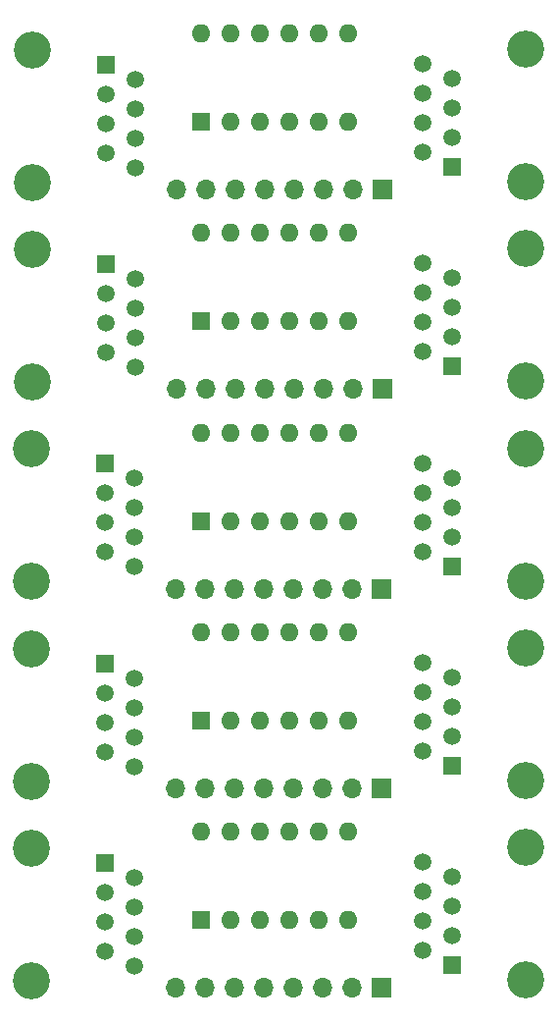
<source format=gbr>
%TF.GenerationSoftware,KiCad,Pcbnew,(6.0.1)*%
%TF.CreationDate,2022-05-22T10:13:31-05:00*%
%TF.ProjectId,modulo_tercera,6d6f6475-6c6f-45f7-9465-72636572612e,rev?*%
%TF.SameCoordinates,Original*%
%TF.FileFunction,Soldermask,Top*%
%TF.FilePolarity,Negative*%
%FSLAX46Y46*%
G04 Gerber Fmt 4.6, Leading zero omitted, Abs format (unit mm)*
G04 Created by KiCad (PCBNEW (6.0.1)) date 2022-05-22 10:13:31*
%MOMM*%
%LPD*%
G01*
G04 APERTURE LIST*
%ADD10R,1.600000X1.600000*%
%ADD11O,1.600000X1.600000*%
%ADD12R,1.700000X1.700000*%
%ADD13O,1.700000X1.700000*%
%ADD14C,3.200000*%
%ADD15R,1.500000X1.500000*%
%ADD16C,1.500000*%
G04 APERTURE END LIST*
D10*
%TO.C,SW2*%
X84556600Y-102920800D03*
D11*
X87096600Y-102920800D03*
X89636600Y-102920800D03*
X92176600Y-102920800D03*
X94716600Y-102920800D03*
X97256600Y-102920800D03*
X97256600Y-95300800D03*
X94716600Y-95300800D03*
X92176600Y-95300800D03*
X89636600Y-95300800D03*
X87096600Y-95300800D03*
X84556600Y-95300800D03*
%TD*%
D12*
%TO.C,J1*%
X100202957Y-74320400D03*
D13*
X97662957Y-74320400D03*
X95122957Y-74320400D03*
X92582957Y-74320400D03*
X90042957Y-74320400D03*
X87502957Y-74320400D03*
X84962957Y-74320400D03*
X82422957Y-74320400D03*
%TD*%
D14*
%TO.C,Entrada*%
X69971600Y-90943283D03*
X69971600Y-79513283D03*
D15*
X76321600Y-80783283D03*
D16*
X78861600Y-82053283D03*
X76321600Y-83323283D03*
X78861600Y-84593283D03*
X76321600Y-85863283D03*
X78861600Y-87133283D03*
X76321600Y-88403283D03*
X78861600Y-89673283D03*
%TD*%
D10*
%TO.C,SW2*%
X84581957Y-68478400D03*
D11*
X87121957Y-68478400D03*
X89661957Y-68478400D03*
X92201957Y-68478400D03*
X94741957Y-68478400D03*
X97281957Y-68478400D03*
X97281957Y-60858400D03*
X94741957Y-60858400D03*
X92201957Y-60858400D03*
X89661957Y-60858400D03*
X87121957Y-60858400D03*
X84581957Y-60858400D03*
%TD*%
D10*
%TO.C,SW2*%
X84556600Y-120142000D03*
D11*
X87096600Y-120142000D03*
X89636600Y-120142000D03*
X92176600Y-120142000D03*
X94716600Y-120142000D03*
X97256600Y-120142000D03*
X97256600Y-112522000D03*
X94716600Y-112522000D03*
X92176600Y-112522000D03*
X89636600Y-112522000D03*
X87096600Y-112522000D03*
X84556600Y-112522000D03*
%TD*%
D14*
%TO.C,Salida*%
X112603600Y-79442283D03*
X112603600Y-90872283D03*
D15*
X106253600Y-89602283D03*
D16*
X103713600Y-88332283D03*
X106253600Y-87062283D03*
X103713600Y-85792283D03*
X106253600Y-84522283D03*
X103713600Y-83252283D03*
X106253600Y-81982283D03*
X103713600Y-80712283D03*
%TD*%
D14*
%TO.C,Entrada*%
X69971600Y-113954500D03*
X69971600Y-125384500D03*
D15*
X76321600Y-115224500D03*
D16*
X78861600Y-116494500D03*
X76321600Y-117764500D03*
X78861600Y-119034500D03*
X76321600Y-120304500D03*
X78861600Y-121574500D03*
X76321600Y-122844500D03*
X78861600Y-124114500D03*
%TD*%
D12*
%TO.C,J1*%
X100177600Y-91542783D03*
D13*
X97637600Y-91542783D03*
X95097600Y-91542783D03*
X92557600Y-91542783D03*
X90017600Y-91542783D03*
X87477600Y-91542783D03*
X84937600Y-91542783D03*
X82397600Y-91542783D03*
%TD*%
D14*
%TO.C,Entrada*%
X69996957Y-62290900D03*
X69996957Y-73720900D03*
D15*
X76346957Y-63560900D03*
D16*
X78886957Y-64830900D03*
X76346957Y-66100900D03*
X78886957Y-67370900D03*
X76346957Y-68640900D03*
X78886957Y-69910900D03*
X76346957Y-71180900D03*
X78886957Y-72450900D03*
%TD*%
D14*
%TO.C,Entrada*%
X69971600Y-96733300D03*
X69971600Y-108163300D03*
D15*
X76321600Y-98003300D03*
D16*
X78861600Y-99273300D03*
X76321600Y-100543300D03*
X78861600Y-101813300D03*
X76321600Y-103083300D03*
X78861600Y-104353300D03*
X76321600Y-105623300D03*
X78861600Y-106893300D03*
%TD*%
D12*
%TO.C,J1*%
X100177600Y-108762800D03*
D13*
X97637600Y-108762800D03*
X95097600Y-108762800D03*
X92557600Y-108762800D03*
X90017600Y-108762800D03*
X87477600Y-108762800D03*
X84937600Y-108762800D03*
X82397600Y-108762800D03*
%TD*%
D12*
%TO.C,J1*%
X100177600Y-125984000D03*
D13*
X97637600Y-125984000D03*
X95097600Y-125984000D03*
X92557600Y-125984000D03*
X90017600Y-125984000D03*
X87477600Y-125984000D03*
X84937600Y-125984000D03*
X82397600Y-125984000D03*
%TD*%
D14*
%TO.C,Salida*%
X112629000Y-56428700D03*
X112629000Y-44998700D03*
D15*
X106279000Y-55158700D03*
D16*
X103739000Y-53888700D03*
X106279000Y-52618700D03*
X103739000Y-51348700D03*
X106279000Y-50078700D03*
X103739000Y-48808700D03*
X106279000Y-47538700D03*
X103739000Y-46268700D03*
%TD*%
D14*
%TO.C,Salida*%
X112603600Y-96662300D03*
X112603600Y-108092300D03*
D15*
X106253600Y-106822300D03*
D16*
X103713600Y-105552300D03*
X106253600Y-104282300D03*
X103713600Y-103012300D03*
X106253600Y-101742300D03*
X103713600Y-100472300D03*
X106253600Y-99202300D03*
X103713600Y-97932300D03*
%TD*%
D14*
%TO.C,Salida*%
X112603600Y-113883500D03*
X112603600Y-125313500D03*
D15*
X106253600Y-124043500D03*
D16*
X103713600Y-122773500D03*
X106253600Y-121503500D03*
X103713600Y-120233500D03*
X106253600Y-118963500D03*
X103713600Y-117693500D03*
X106253600Y-116423500D03*
X103713600Y-115153500D03*
%TD*%
D14*
%TO.C,Entrada*%
X69997000Y-45069700D03*
X69997000Y-56499700D03*
D15*
X76347000Y-46339700D03*
D16*
X78887000Y-47609700D03*
X76347000Y-48879700D03*
X78887000Y-50149700D03*
X76347000Y-51419700D03*
X78887000Y-52689700D03*
X76347000Y-53959700D03*
X78887000Y-55229700D03*
%TD*%
D10*
%TO.C,SW2*%
X84556600Y-85700783D03*
D11*
X87096600Y-85700783D03*
X89636600Y-85700783D03*
X92176600Y-85700783D03*
X94716600Y-85700783D03*
X97256600Y-85700783D03*
X97256600Y-78080783D03*
X94716600Y-78080783D03*
X92176600Y-78080783D03*
X89636600Y-78080783D03*
X87096600Y-78080783D03*
X84556600Y-78080783D03*
%TD*%
D12*
%TO.C,J1*%
X100203000Y-57099200D03*
D13*
X97663000Y-57099200D03*
X95123000Y-57099200D03*
X92583000Y-57099200D03*
X90043000Y-57099200D03*
X87503000Y-57099200D03*
X84963000Y-57099200D03*
X82423000Y-57099200D03*
%TD*%
D10*
%TO.C,SW2*%
X84582000Y-51257200D03*
D11*
X87122000Y-51257200D03*
X89662000Y-51257200D03*
X92202000Y-51257200D03*
X94742000Y-51257200D03*
X97282000Y-51257200D03*
X97282000Y-43637200D03*
X94742000Y-43637200D03*
X92202000Y-43637200D03*
X89662000Y-43637200D03*
X87122000Y-43637200D03*
X84582000Y-43637200D03*
%TD*%
D14*
%TO.C,Salida*%
X112628957Y-62219900D03*
X112628957Y-73649900D03*
D15*
X106278957Y-72379900D03*
D16*
X103738957Y-71109900D03*
X106278957Y-69839900D03*
X103738957Y-68569900D03*
X106278957Y-67299900D03*
X103738957Y-66029900D03*
X106278957Y-64759900D03*
X103738957Y-63489900D03*
%TD*%
M02*

</source>
